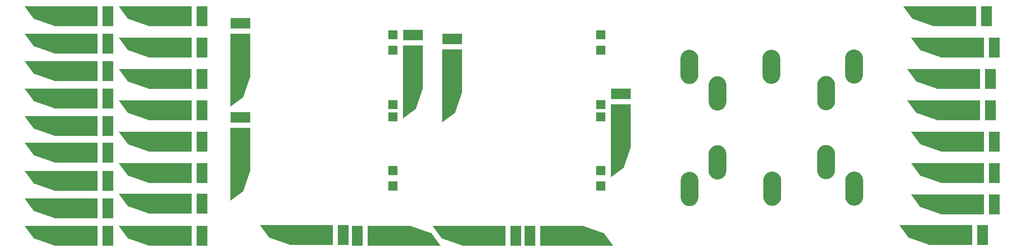
<source format=gbr>
G04 #@! TF.GenerationSoftware,KiCad,Pcbnew,(5.0.2-5-10.14)*
G04 #@! TF.CreationDate,2019-03-02T12:48:45-06:00*
G04 #@! TF.ProjectId,BackPanel,4261636b-5061-46e6-956c-2e6b69636164,rev?*
G04 #@! TF.SameCoordinates,Original*
G04 #@! TF.FileFunction,Soldermask,Top*
G04 #@! TF.FilePolarity,Negative*
%FSLAX46Y46*%
G04 Gerber Fmt 4.6, Leading zero omitted, Abs format (unit mm)*
G04 Created by KiCad (PCBNEW (5.0.2-5-10.14)) date Saturday, March 02, 2019 at 12:48:45 PM*
%MOMM*%
%LPD*%
G01*
G04 APERTURE LIST*
%ADD10C,0.100000*%
G04 APERTURE END LIST*
D10*
G36*
X232764193Y-174593134D02*
X232788024Y-174598835D01*
X232805051Y-174600000D01*
X233120000Y-174600000D01*
X233120000Y-174627163D01*
X233122402Y-174651549D01*
X233129515Y-174674998D01*
X233141066Y-174696609D01*
X233156612Y-174715551D01*
X233175554Y-174731097D01*
X233204142Y-174745297D01*
X239577552Y-176949634D01*
X239601384Y-176955335D01*
X239618410Y-176956500D01*
X239640687Y-176956500D01*
X239645789Y-176962217D01*
X239665358Y-176976966D01*
X239689588Y-176988383D01*
X239745000Y-177007548D01*
X239745000Y-177061489D01*
X239747402Y-177085875D01*
X239754515Y-177109324D01*
X239769026Y-177135173D01*
X242630535Y-181056500D01*
X234970452Y-181056500D01*
X234962118Y-181051592D01*
X234938983Y-181043515D01*
X234909547Y-181040000D01*
X232689399Y-181040000D01*
X232665013Y-181042402D01*
X232648541Y-181046866D01*
X232626889Y-181054355D01*
X232617835Y-181049515D01*
X232594386Y-181042402D01*
X232570000Y-181040000D01*
X218995000Y-181040000D01*
X218995000Y-179547951D01*
X218997598Y-179539386D01*
X219000000Y-179515000D01*
X219000000Y-174600000D01*
X232570000Y-174600000D01*
X232594386Y-174597598D01*
X232617835Y-174590485D01*
X232639446Y-174578934D01*
X232658388Y-174563388D01*
X232662766Y-174558054D01*
X232764193Y-174593134D01*
X232764193Y-174593134D01*
G37*
G36*
X176884193Y-174593134D02*
X176908024Y-174598835D01*
X176925051Y-174600000D01*
X177240000Y-174600000D01*
X177240000Y-174627163D01*
X177242402Y-174651549D01*
X177249515Y-174674998D01*
X177261066Y-174696609D01*
X177276612Y-174715551D01*
X177295554Y-174731097D01*
X177324142Y-174745297D01*
X183697552Y-176949634D01*
X183721384Y-176955335D01*
X183738410Y-176956500D01*
X183760687Y-176956500D01*
X183765789Y-176962217D01*
X183785358Y-176976966D01*
X183809588Y-176988383D01*
X183865000Y-177007548D01*
X183865000Y-177061489D01*
X183867402Y-177085875D01*
X183874515Y-177109324D01*
X183889026Y-177135173D01*
X186750535Y-181056500D01*
X179090452Y-181056500D01*
X179082118Y-181051592D01*
X179058983Y-181043515D01*
X179029547Y-181040000D01*
X176809399Y-181040000D01*
X176785013Y-181042402D01*
X176768541Y-181046866D01*
X176746889Y-181054355D01*
X176737835Y-181049515D01*
X176714386Y-181042402D01*
X176690000Y-181040000D01*
X163115000Y-181040000D01*
X163115000Y-179547951D01*
X163117598Y-179539386D01*
X163120000Y-179515000D01*
X163120000Y-174600000D01*
X176690000Y-174600000D01*
X176714386Y-174597598D01*
X176737835Y-174590485D01*
X176759446Y-174578934D01*
X176778388Y-174563388D01*
X176782766Y-174558054D01*
X176884193Y-174593134D01*
X176884193Y-174593134D01*
G37*
G36*
X59677882Y-174548408D02*
X59701017Y-174556485D01*
X59730453Y-174560000D01*
X61950601Y-174560000D01*
X61974987Y-174557598D01*
X61991459Y-174553134D01*
X62013111Y-174545645D01*
X62022165Y-174550485D01*
X62045614Y-174557598D01*
X62070000Y-174560000D01*
X75645000Y-174560000D01*
X75645000Y-176052049D01*
X75642402Y-176060614D01*
X75640000Y-176085000D01*
X75640000Y-181000000D01*
X62070000Y-181000000D01*
X62045614Y-181002402D01*
X62022165Y-181009515D01*
X62000554Y-181021066D01*
X61981612Y-181036612D01*
X61977234Y-181041946D01*
X61875807Y-181006866D01*
X61851976Y-181001165D01*
X61834949Y-181000000D01*
X61520000Y-181000000D01*
X61520000Y-180972837D01*
X61517598Y-180948451D01*
X61510485Y-180925002D01*
X61498934Y-180903391D01*
X61483388Y-180884449D01*
X61464446Y-180868903D01*
X61435858Y-180854703D01*
X55062448Y-178650366D01*
X55038616Y-178644665D01*
X55021590Y-178643500D01*
X54999313Y-178643500D01*
X54994211Y-178637783D01*
X54974642Y-178623034D01*
X54950412Y-178611617D01*
X54895000Y-178592452D01*
X54895000Y-178538511D01*
X54892598Y-178514125D01*
X54885485Y-178490676D01*
X54870974Y-178464827D01*
X53864712Y-177085875D01*
X52009465Y-174543500D01*
X59669548Y-174543500D01*
X59677882Y-174548408D01*
X59677882Y-174548408D01*
G37*
G36*
X90157882Y-174548408D02*
X90181017Y-174556485D01*
X90210453Y-174560000D01*
X92430601Y-174560000D01*
X92454987Y-174557598D01*
X92471459Y-174553134D01*
X92493111Y-174545645D01*
X92502165Y-174550485D01*
X92525614Y-174557598D01*
X92550000Y-174560000D01*
X106125000Y-174560000D01*
X106125000Y-176052049D01*
X106122402Y-176060614D01*
X106120000Y-176085000D01*
X106120000Y-181000000D01*
X92550000Y-181000000D01*
X92525614Y-181002402D01*
X92502165Y-181009515D01*
X92480554Y-181021066D01*
X92461612Y-181036612D01*
X92457234Y-181041946D01*
X92355807Y-181006866D01*
X92331976Y-181001165D01*
X92314949Y-181000000D01*
X92000000Y-181000000D01*
X92000000Y-180972837D01*
X91997598Y-180948451D01*
X91990485Y-180925002D01*
X91978934Y-180903391D01*
X91963388Y-180884449D01*
X91944446Y-180868903D01*
X91915858Y-180854703D01*
X85542448Y-178650366D01*
X85518616Y-178644665D01*
X85501590Y-178643500D01*
X85479313Y-178643500D01*
X85474211Y-178637783D01*
X85454642Y-178623034D01*
X85430412Y-178611617D01*
X85375000Y-178592452D01*
X85375000Y-178538511D01*
X85372598Y-178514125D01*
X85365485Y-178490676D01*
X85350974Y-178464827D01*
X84344712Y-177085875D01*
X82489465Y-174543500D01*
X90149548Y-174543500D01*
X90157882Y-174548408D01*
X90157882Y-174548408D01*
G37*
G36*
X191757882Y-174548408D02*
X191781017Y-174556485D01*
X191810453Y-174560000D01*
X194030601Y-174560000D01*
X194054987Y-174557598D01*
X194071459Y-174553134D01*
X194093111Y-174545645D01*
X194102165Y-174550485D01*
X194125614Y-174557598D01*
X194150000Y-174560000D01*
X207725000Y-174560000D01*
X207725000Y-176052049D01*
X207722402Y-176060614D01*
X207720000Y-176085000D01*
X207720000Y-181000000D01*
X194150000Y-181000000D01*
X194125614Y-181002402D01*
X194102165Y-181009515D01*
X194080554Y-181021066D01*
X194061612Y-181036612D01*
X194057234Y-181041946D01*
X193955807Y-181006866D01*
X193931976Y-181001165D01*
X193914949Y-181000000D01*
X193600000Y-181000000D01*
X193600000Y-180972837D01*
X193597598Y-180948451D01*
X193590485Y-180925002D01*
X193578934Y-180903391D01*
X193563388Y-180884449D01*
X193544446Y-180868903D01*
X193515858Y-180854703D01*
X187142448Y-178650366D01*
X187118616Y-178644665D01*
X187101590Y-178643500D01*
X187079313Y-178643500D01*
X187074211Y-178637783D01*
X187054642Y-178623034D01*
X187030412Y-178611617D01*
X186975000Y-178592452D01*
X186975000Y-178538511D01*
X186972598Y-178514125D01*
X186965485Y-178490676D01*
X186950974Y-178464827D01*
X185944712Y-177085875D01*
X184089465Y-174543500D01*
X191749548Y-174543500D01*
X191757882Y-174548408D01*
X191757882Y-174548408D01*
G37*
G36*
X111174000Y-181000000D02*
X107774000Y-181000000D01*
X107774000Y-174600000D01*
X111174000Y-174600000D01*
X111174000Y-181000000D01*
X111174000Y-181000000D01*
G37*
G36*
X80694000Y-181000000D02*
X77294000Y-181000000D01*
X77294000Y-174600000D01*
X80694000Y-174600000D01*
X80694000Y-181000000D01*
X80694000Y-181000000D01*
G37*
G36*
X161466000Y-181000000D02*
X158066000Y-181000000D01*
X158066000Y-174600000D01*
X161466000Y-174600000D01*
X161466000Y-181000000D01*
X161466000Y-181000000D01*
G37*
G36*
X212774000Y-181000000D02*
X209374000Y-181000000D01*
X209374000Y-174600000D01*
X212774000Y-174600000D01*
X212774000Y-181000000D01*
X212774000Y-181000000D01*
G37*
G36*
X217346000Y-181000000D02*
X213946000Y-181000000D01*
X213946000Y-174600000D01*
X217346000Y-174600000D01*
X217346000Y-181000000D01*
X217346000Y-181000000D01*
G37*
G36*
X135877882Y-174294408D02*
X135901017Y-174302485D01*
X135930453Y-174306000D01*
X138150601Y-174306000D01*
X138174987Y-174303598D01*
X138191459Y-174299134D01*
X138213111Y-174291645D01*
X138222165Y-174296485D01*
X138245614Y-174303598D01*
X138270000Y-174306000D01*
X151845000Y-174306000D01*
X151845000Y-175798049D01*
X151842402Y-175806614D01*
X151840000Y-175831000D01*
X151840000Y-180746000D01*
X138270000Y-180746000D01*
X138245614Y-180748402D01*
X138222165Y-180755515D01*
X138200554Y-180767066D01*
X138181612Y-180782612D01*
X138177234Y-180787946D01*
X138075807Y-180752866D01*
X138051976Y-180747165D01*
X138034949Y-180746000D01*
X137720000Y-180746000D01*
X137720000Y-180718837D01*
X137717598Y-180694451D01*
X137710485Y-180671002D01*
X137698934Y-180649391D01*
X137683388Y-180630449D01*
X137664446Y-180614903D01*
X137635858Y-180600703D01*
X131262448Y-178396366D01*
X131238616Y-178390665D01*
X131221590Y-178389500D01*
X131199313Y-178389500D01*
X131194211Y-178383783D01*
X131174642Y-178369034D01*
X131150412Y-178357617D01*
X131095000Y-178338452D01*
X131095000Y-178284511D01*
X131092598Y-178260125D01*
X131085485Y-178236676D01*
X131070974Y-178210827D01*
X128209465Y-174289500D01*
X135869548Y-174289500D01*
X135877882Y-174294408D01*
X135877882Y-174294408D01*
G37*
G36*
X342887882Y-174294408D02*
X342911017Y-174302485D01*
X342940453Y-174306000D01*
X345160601Y-174306000D01*
X345184987Y-174303598D01*
X345201459Y-174299134D01*
X345223111Y-174291645D01*
X345232165Y-174296485D01*
X345255614Y-174303598D01*
X345280000Y-174306000D01*
X358855000Y-174306000D01*
X358855000Y-175798049D01*
X358852402Y-175806614D01*
X358850000Y-175831000D01*
X358850000Y-180746000D01*
X345280000Y-180746000D01*
X345255614Y-180748402D01*
X345232165Y-180755515D01*
X345210554Y-180767066D01*
X345191612Y-180782612D01*
X345187234Y-180787946D01*
X345085807Y-180752866D01*
X345061976Y-180747165D01*
X345044949Y-180746000D01*
X344730000Y-180746000D01*
X344730000Y-180718837D01*
X344727598Y-180694451D01*
X344720485Y-180671002D01*
X344708934Y-180649391D01*
X344693388Y-180630449D01*
X344674446Y-180614903D01*
X344645858Y-180600703D01*
X338272448Y-178396366D01*
X338248616Y-178390665D01*
X338231590Y-178389500D01*
X338209313Y-178389500D01*
X338204211Y-178383783D01*
X338184642Y-178369034D01*
X338160412Y-178357617D01*
X338105000Y-178338452D01*
X338105000Y-178284511D01*
X338102598Y-178260125D01*
X338095485Y-178236676D01*
X338080974Y-178210827D01*
X335219465Y-174289500D01*
X342879548Y-174289500D01*
X342887882Y-174294408D01*
X342887882Y-174294408D01*
G37*
G36*
X363904000Y-180746000D02*
X360504000Y-180746000D01*
X360504000Y-174346000D01*
X363904000Y-174346000D01*
X363904000Y-180746000D01*
X363904000Y-180746000D01*
G37*
G36*
X156894000Y-180746000D02*
X153494000Y-180746000D01*
X153494000Y-174346000D01*
X156894000Y-174346000D01*
X156894000Y-180746000D01*
X156894000Y-180746000D01*
G37*
G36*
X59677882Y-165658408D02*
X59701017Y-165666485D01*
X59730453Y-165670000D01*
X61950601Y-165670000D01*
X61974987Y-165667598D01*
X61991459Y-165663134D01*
X62013111Y-165655645D01*
X62022165Y-165660485D01*
X62045614Y-165667598D01*
X62070000Y-165670000D01*
X75645000Y-165670000D01*
X75645000Y-167162049D01*
X75642402Y-167170614D01*
X75640000Y-167195000D01*
X75640000Y-172110000D01*
X62070000Y-172110000D01*
X62045614Y-172112402D01*
X62022165Y-172119515D01*
X62000554Y-172131066D01*
X61981612Y-172146612D01*
X61977234Y-172151946D01*
X61875807Y-172116866D01*
X61851976Y-172111165D01*
X61834949Y-172110000D01*
X61520000Y-172110000D01*
X61520000Y-172082837D01*
X61517598Y-172058451D01*
X61510485Y-172035002D01*
X61498934Y-172013391D01*
X61483388Y-171994449D01*
X61464446Y-171978903D01*
X61435858Y-171964703D01*
X55062448Y-169760366D01*
X55038616Y-169754665D01*
X55021590Y-169753500D01*
X54999313Y-169753500D01*
X54994211Y-169747783D01*
X54974642Y-169733034D01*
X54950412Y-169721617D01*
X54895000Y-169702452D01*
X54895000Y-169648511D01*
X54892598Y-169624125D01*
X54885485Y-169600676D01*
X54870974Y-169574827D01*
X54079611Y-168490366D01*
X52009465Y-165653500D01*
X59669548Y-165653500D01*
X59677882Y-165658408D01*
X59677882Y-165658408D01*
G37*
G36*
X80694000Y-172110000D02*
X77294000Y-172110000D01*
X77294000Y-165710000D01*
X80694000Y-165710000D01*
X80694000Y-172110000D01*
X80694000Y-172110000D01*
G37*
G36*
X346697882Y-164388408D02*
X346721017Y-164396485D01*
X346750453Y-164400000D01*
X348970601Y-164400000D01*
X348994987Y-164397598D01*
X349011459Y-164393134D01*
X349033111Y-164385645D01*
X349042165Y-164390485D01*
X349065614Y-164397598D01*
X349090000Y-164400000D01*
X362665000Y-164400000D01*
X362665000Y-165892049D01*
X362662402Y-165900614D01*
X362660000Y-165925000D01*
X362660000Y-170840000D01*
X349090000Y-170840000D01*
X349065614Y-170842402D01*
X349042165Y-170849515D01*
X349020554Y-170861066D01*
X349001612Y-170876612D01*
X348997234Y-170881946D01*
X348895807Y-170846866D01*
X348871976Y-170841165D01*
X348854949Y-170840000D01*
X348540000Y-170840000D01*
X348540000Y-170812837D01*
X348537598Y-170788451D01*
X348530485Y-170765002D01*
X348518934Y-170743391D01*
X348503388Y-170724449D01*
X348484446Y-170708903D01*
X348455858Y-170694703D01*
X342082448Y-168490366D01*
X342058616Y-168484665D01*
X342041590Y-168483500D01*
X342019313Y-168483500D01*
X342014211Y-168477783D01*
X341994642Y-168463034D01*
X341970412Y-168451617D01*
X341915000Y-168432452D01*
X341915000Y-168378511D01*
X341912598Y-168354125D01*
X341905485Y-168330676D01*
X341890974Y-168304827D01*
X341755039Y-168118546D01*
X339029465Y-164383500D01*
X346689548Y-164383500D01*
X346697882Y-164388408D01*
X346697882Y-164388408D01*
G37*
G36*
X367714000Y-170840000D02*
X364314000Y-170840000D01*
X364314000Y-164440000D01*
X367714000Y-164440000D01*
X367714000Y-170840000D01*
X367714000Y-170840000D01*
G37*
G36*
X90157882Y-164134408D02*
X90181017Y-164142485D01*
X90210453Y-164146000D01*
X92430601Y-164146000D01*
X92454987Y-164143598D01*
X92471459Y-164139134D01*
X92493111Y-164131645D01*
X92502165Y-164136485D01*
X92525614Y-164143598D01*
X92550000Y-164146000D01*
X106125000Y-164146000D01*
X106125000Y-165638049D01*
X106122402Y-165646614D01*
X106120000Y-165671000D01*
X106120000Y-170586000D01*
X92550000Y-170586000D01*
X92525614Y-170588402D01*
X92502165Y-170595515D01*
X92480554Y-170607066D01*
X92461612Y-170622612D01*
X92457234Y-170627946D01*
X92355807Y-170592866D01*
X92331976Y-170587165D01*
X92314949Y-170586000D01*
X92000000Y-170586000D01*
X92000000Y-170558837D01*
X91997598Y-170534451D01*
X91990485Y-170511002D01*
X91978934Y-170489391D01*
X91963388Y-170470449D01*
X91944446Y-170454903D01*
X91915858Y-170440703D01*
X85542448Y-168236366D01*
X85518616Y-168230665D01*
X85501590Y-168229500D01*
X85479313Y-168229500D01*
X85474211Y-168223783D01*
X85454642Y-168209034D01*
X85430412Y-168197617D01*
X85375000Y-168178452D01*
X85375000Y-168124511D01*
X85372598Y-168100125D01*
X85365485Y-168076676D01*
X85350974Y-168050827D01*
X84726452Y-167195000D01*
X82489465Y-164129500D01*
X90149548Y-164129500D01*
X90157882Y-164134408D01*
X90157882Y-164134408D01*
G37*
G36*
X111174000Y-170586000D02*
X107774000Y-170586000D01*
X107774000Y-164186000D01*
X111174000Y-164186000D01*
X111174000Y-170586000D01*
X111174000Y-170586000D01*
G37*
G36*
X267896635Y-157141454D02*
X268436693Y-157305278D01*
X268702729Y-157447478D01*
X268934409Y-157571314D01*
X268934411Y-157571315D01*
X268934410Y-157571315D01*
X269370663Y-157929337D01*
X269650722Y-158270591D01*
X269728686Y-158365590D01*
X269852522Y-158597270D01*
X269994722Y-158863306D01*
X270158546Y-159403364D01*
X270200000Y-159824254D01*
X270200000Y-165435746D01*
X270158546Y-165856636D01*
X269994722Y-166396694D01*
X269976634Y-166430534D01*
X269728686Y-166894410D01*
X269370663Y-167330663D01*
X268934410Y-167688686D01*
X268702730Y-167812522D01*
X268436694Y-167954722D01*
X267896636Y-168118546D01*
X267335000Y-168173862D01*
X266773365Y-168118546D01*
X266233307Y-167954722D01*
X265967271Y-167812522D01*
X265735591Y-167688686D01*
X265299338Y-167330663D01*
X264941315Y-166894410D01*
X264693367Y-166430534D01*
X264675279Y-166396694D01*
X264511455Y-165856636D01*
X264470001Y-165435746D01*
X264470000Y-159824255D01*
X264511454Y-159403365D01*
X264675278Y-158863307D01*
X264941315Y-158365590D01*
X265299337Y-157929337D01*
X265735589Y-157571315D01*
X265735588Y-157571315D01*
X265735590Y-157571314D01*
X265967270Y-157447478D01*
X266233306Y-157305278D01*
X266773364Y-157141454D01*
X267335000Y-157086138D01*
X267896635Y-157141454D01*
X267896635Y-157141454D01*
G37*
G36*
X294666635Y-157046454D02*
X295206693Y-157210278D01*
X295384424Y-157305278D01*
X295704409Y-157476314D01*
X295704411Y-157476315D01*
X295704410Y-157476315D01*
X296140663Y-157834337D01*
X296395475Y-158144827D01*
X296498686Y-158270590D01*
X296549465Y-158365591D01*
X296764722Y-158768306D01*
X296928546Y-159308364D01*
X296970000Y-159729254D01*
X296970000Y-165340746D01*
X296928546Y-165761636D01*
X296764722Y-166301694D01*
X296622522Y-166567730D01*
X296498686Y-166799410D01*
X296140663Y-167235663D01*
X295704410Y-167593686D01*
X295526680Y-167688685D01*
X295206694Y-167859722D01*
X294666636Y-168023546D01*
X294105000Y-168078862D01*
X293543365Y-168023546D01*
X293003307Y-167859722D01*
X292683321Y-167688685D01*
X292505591Y-167593686D01*
X292069338Y-167235663D01*
X291711315Y-166799410D01*
X291587479Y-166567730D01*
X291445279Y-166301694D01*
X291281455Y-165761636D01*
X291240001Y-165340746D01*
X291240000Y-159729255D01*
X291281454Y-159308365D01*
X291445278Y-158768307D01*
X291587478Y-158502271D01*
X291711314Y-158270591D01*
X291827164Y-158129427D01*
X292069337Y-157834337D01*
X292505589Y-157476315D01*
X292505588Y-157476315D01*
X292505590Y-157476314D01*
X292825575Y-157305278D01*
X293003306Y-157210278D01*
X293543364Y-157046454D01*
X294105000Y-156991138D01*
X294666635Y-157046454D01*
X294666635Y-157046454D01*
G37*
G36*
X321214635Y-157027454D02*
X321754693Y-157191278D01*
X322020729Y-157333478D01*
X322252409Y-157457314D01*
X322275562Y-157476315D01*
X322688663Y-157815337D01*
X322946429Y-158129427D01*
X323046686Y-158251590D01*
X323107620Y-158365589D01*
X323312722Y-158749306D01*
X323476546Y-159289364D01*
X323518000Y-159710254D01*
X323518000Y-165321746D01*
X323476546Y-165742636D01*
X323312722Y-166282694D01*
X323251788Y-166396693D01*
X323046686Y-166780410D01*
X322688663Y-167216663D01*
X322252410Y-167574686D01*
X322039133Y-167688685D01*
X321754694Y-167840722D01*
X321214636Y-168004546D01*
X320653000Y-168059862D01*
X320091365Y-168004546D01*
X319551307Y-167840722D01*
X319266868Y-167688685D01*
X319053591Y-167574686D01*
X318617338Y-167216663D01*
X318259315Y-166780410D01*
X318054213Y-166396693D01*
X317993279Y-166282694D01*
X317829455Y-165742636D01*
X317788001Y-165321746D01*
X317788000Y-159710255D01*
X317829454Y-159289365D01*
X317993278Y-158749307D01*
X318223934Y-158317783D01*
X318259314Y-158251591D01*
X318359571Y-158129427D01*
X318617337Y-157815337D01*
X319030437Y-157476315D01*
X319053590Y-157457314D01*
X319285270Y-157333478D01*
X319551306Y-157191278D01*
X320091364Y-157027454D01*
X320653000Y-156972138D01*
X321214635Y-157027454D01*
X321214635Y-157027454D01*
G37*
G36*
X120180614Y-142797598D02*
X120205000Y-142800000D01*
X125120000Y-142800000D01*
X125120000Y-156370000D01*
X125122402Y-156394386D01*
X125129515Y-156417835D01*
X125141066Y-156439446D01*
X125156612Y-156458388D01*
X125161946Y-156462766D01*
X125126866Y-156564193D01*
X125121165Y-156588024D01*
X125120000Y-156605051D01*
X125120000Y-156920000D01*
X125092837Y-156920000D01*
X125068451Y-156922402D01*
X125045002Y-156929515D01*
X125023391Y-156941066D01*
X125004449Y-156956612D01*
X124988903Y-156975554D01*
X124974703Y-157004142D01*
X122770366Y-163377552D01*
X122764665Y-163401384D01*
X122763500Y-163418410D01*
X122763500Y-163440687D01*
X122757783Y-163445789D01*
X122743034Y-163465358D01*
X122731617Y-163489588D01*
X122712452Y-163545000D01*
X122658511Y-163545000D01*
X122634125Y-163547402D01*
X122610676Y-163554515D01*
X122584827Y-163569026D01*
X118663500Y-166430535D01*
X118663500Y-158770452D01*
X118668408Y-158762118D01*
X118676485Y-158738983D01*
X118680000Y-158709547D01*
X118680000Y-156489399D01*
X118677598Y-156465013D01*
X118673134Y-156448541D01*
X118665645Y-156426889D01*
X118670485Y-156417835D01*
X118677598Y-156394386D01*
X118680000Y-156370000D01*
X118680000Y-142795000D01*
X120172049Y-142795000D01*
X120180614Y-142797598D01*
X120180614Y-142797598D01*
G37*
G36*
X59677882Y-156768408D02*
X59701017Y-156776485D01*
X59730453Y-156780000D01*
X61950601Y-156780000D01*
X61974987Y-156777598D01*
X61991459Y-156773134D01*
X62013111Y-156765645D01*
X62022165Y-156770485D01*
X62045614Y-156777598D01*
X62070000Y-156780000D01*
X75645000Y-156780000D01*
X75645000Y-158272049D01*
X75642402Y-158280614D01*
X75640000Y-158305000D01*
X75640000Y-163220000D01*
X62070000Y-163220000D01*
X62045614Y-163222402D01*
X62022165Y-163229515D01*
X62000554Y-163241066D01*
X61981612Y-163256612D01*
X61977234Y-163261946D01*
X61875807Y-163226866D01*
X61851976Y-163221165D01*
X61834949Y-163220000D01*
X61520000Y-163220000D01*
X61520000Y-163192837D01*
X61517598Y-163168451D01*
X61510485Y-163145002D01*
X61498934Y-163123391D01*
X61483388Y-163104449D01*
X61464446Y-163088903D01*
X61435858Y-163074703D01*
X55062448Y-160870366D01*
X55038616Y-160864665D01*
X55021590Y-160863500D01*
X54999313Y-160863500D01*
X54994211Y-160857783D01*
X54974642Y-160843034D01*
X54950412Y-160831617D01*
X54895000Y-160812452D01*
X54895000Y-160758511D01*
X54892598Y-160734125D01*
X54885485Y-160710676D01*
X54870974Y-160684827D01*
X54027168Y-159528500D01*
X52009465Y-156763500D01*
X59669548Y-156763500D01*
X59677882Y-156768408D01*
X59677882Y-156768408D01*
G37*
G36*
X80694000Y-163220000D02*
X77294000Y-163220000D01*
X77294000Y-156820000D01*
X80694000Y-156820000D01*
X80694000Y-163220000D01*
X80694000Y-163220000D01*
G37*
G36*
X240039913Y-163129427D02*
X237139913Y-163129427D01*
X237139913Y-160229427D01*
X240039913Y-160229427D01*
X240039913Y-163129427D01*
X240039913Y-163129427D01*
G37*
G36*
X172729913Y-163129427D02*
X169829913Y-163129427D01*
X169829913Y-160229427D01*
X172729913Y-160229427D01*
X172729913Y-163129427D01*
X172729913Y-163129427D01*
G37*
G36*
X90157882Y-154228408D02*
X90181017Y-154236485D01*
X90210453Y-154240000D01*
X92430601Y-154240000D01*
X92454987Y-154237598D01*
X92471459Y-154233134D01*
X92493111Y-154225645D01*
X92502165Y-154230485D01*
X92525614Y-154237598D01*
X92550000Y-154240000D01*
X106125000Y-154240000D01*
X106125000Y-155732049D01*
X106122402Y-155740614D01*
X106120000Y-155765000D01*
X106120000Y-160680000D01*
X92550000Y-160680000D01*
X92525614Y-160682402D01*
X92502165Y-160689515D01*
X92480554Y-160701066D01*
X92461612Y-160716612D01*
X92457234Y-160721946D01*
X92355807Y-160686866D01*
X92331976Y-160681165D01*
X92314949Y-160680000D01*
X92000000Y-160680000D01*
X92000000Y-160652837D01*
X91997598Y-160628451D01*
X91990485Y-160605002D01*
X91978934Y-160583391D01*
X91963388Y-160564449D01*
X91944446Y-160548903D01*
X91915858Y-160534703D01*
X85542448Y-158330366D01*
X85518616Y-158324665D01*
X85501590Y-158323500D01*
X85479313Y-158323500D01*
X85474211Y-158317783D01*
X85454642Y-158303034D01*
X85430412Y-158291617D01*
X85375000Y-158272452D01*
X85375000Y-158218511D01*
X85372598Y-158194125D01*
X85365485Y-158170676D01*
X85350974Y-158144827D01*
X85088174Y-157784694D01*
X82489465Y-154223500D01*
X90149548Y-154223500D01*
X90157882Y-154228408D01*
X90157882Y-154228408D01*
G37*
G36*
X346697882Y-154228408D02*
X346721017Y-154236485D01*
X346750453Y-154240000D01*
X348970601Y-154240000D01*
X348994987Y-154237598D01*
X349011459Y-154233134D01*
X349033111Y-154225645D01*
X349042165Y-154230485D01*
X349065614Y-154237598D01*
X349090000Y-154240000D01*
X362665000Y-154240000D01*
X362665000Y-155732049D01*
X362662402Y-155740614D01*
X362660000Y-155765000D01*
X362660000Y-160680000D01*
X349090000Y-160680000D01*
X349065614Y-160682402D01*
X349042165Y-160689515D01*
X349020554Y-160701066D01*
X349001612Y-160716612D01*
X348997234Y-160721946D01*
X348895807Y-160686866D01*
X348871976Y-160681165D01*
X348854949Y-160680000D01*
X348540000Y-160680000D01*
X348540000Y-160652837D01*
X348537598Y-160628451D01*
X348530485Y-160605002D01*
X348518934Y-160583391D01*
X348503388Y-160564449D01*
X348484446Y-160548903D01*
X348455858Y-160534703D01*
X342082448Y-158330366D01*
X342058616Y-158324665D01*
X342041590Y-158323500D01*
X342019313Y-158323500D01*
X342014211Y-158317783D01*
X341994642Y-158303034D01*
X341970412Y-158291617D01*
X341915000Y-158272452D01*
X341915000Y-158218511D01*
X341912598Y-158194125D01*
X341905485Y-158170676D01*
X341890974Y-158144827D01*
X341628174Y-157784694D01*
X339029465Y-154223500D01*
X346689548Y-154223500D01*
X346697882Y-154228408D01*
X346697882Y-154228408D01*
G37*
G36*
X111174000Y-160680000D02*
X107774000Y-160680000D01*
X107774000Y-154280000D01*
X111174000Y-154280000D01*
X111174000Y-160680000D01*
X111174000Y-160680000D01*
G37*
G36*
X367714000Y-160680000D02*
X364314000Y-160680000D01*
X364314000Y-154280000D01*
X367714000Y-154280000D01*
X367714000Y-160680000D01*
X367714000Y-160680000D01*
G37*
G36*
X276931635Y-148529454D02*
X277471693Y-148693278D01*
X277623434Y-148774386D01*
X277969409Y-148959314D01*
X277969411Y-148959315D01*
X277969410Y-148959315D01*
X278405663Y-149317337D01*
X278688184Y-149661591D01*
X278763686Y-149753590D01*
X278887522Y-149985270D01*
X279029722Y-150251306D01*
X279193546Y-150791364D01*
X279235000Y-151212254D01*
X279235000Y-156823746D01*
X279193546Y-157244636D01*
X279029722Y-157784694D01*
X278887522Y-158050730D01*
X278763686Y-158282410D01*
X278405663Y-158718663D01*
X277969410Y-159076686D01*
X277737730Y-159200522D01*
X277471694Y-159342722D01*
X276931636Y-159506546D01*
X276370000Y-159561862D01*
X275808365Y-159506546D01*
X275268307Y-159342722D01*
X275002271Y-159200522D01*
X274770591Y-159076686D01*
X274334338Y-158718663D01*
X273976315Y-158282410D01*
X273852479Y-158050730D01*
X273710279Y-157784694D01*
X273546455Y-157244636D01*
X273505001Y-156823746D01*
X273505000Y-151212255D01*
X273546454Y-150791365D01*
X273710278Y-150251307D01*
X273976315Y-149753590D01*
X274334337Y-149317337D01*
X274704255Y-149013754D01*
X274770590Y-148959314D01*
X275116565Y-148774386D01*
X275268306Y-148693278D01*
X275808364Y-148529454D01*
X276370000Y-148474138D01*
X276931635Y-148529454D01*
X276931635Y-148529454D01*
G37*
G36*
X312100635Y-148437454D02*
X312640693Y-148601278D01*
X312906729Y-148743478D01*
X313138409Y-148867314D01*
X313147774Y-148875000D01*
X313574663Y-149225337D01*
X313832900Y-149540000D01*
X313932686Y-149661590D01*
X314056522Y-149893270D01*
X314198722Y-150159306D01*
X314362546Y-150699364D01*
X314404000Y-151120254D01*
X314404000Y-156731746D01*
X314362546Y-157152636D01*
X314198722Y-157692694D01*
X314123011Y-157834338D01*
X313932686Y-158190410D01*
X313574663Y-158626663D01*
X313138410Y-158984686D01*
X312906730Y-159108522D01*
X312640694Y-159250722D01*
X312100636Y-159414546D01*
X311539000Y-159469862D01*
X310977365Y-159414546D01*
X310437307Y-159250722D01*
X310171271Y-159108522D01*
X309939591Y-158984686D01*
X309503338Y-158626663D01*
X309145315Y-158190410D01*
X308954990Y-157834338D01*
X308879279Y-157692694D01*
X308715455Y-157152636D01*
X308674001Y-156731746D01*
X308674000Y-151120255D01*
X308715454Y-150699365D01*
X308879278Y-150159307D01*
X309096139Y-149753591D01*
X309145314Y-149661591D01*
X309373010Y-149384142D01*
X309503337Y-149225337D01*
X309930225Y-148875000D01*
X309939590Y-148867314D01*
X310171270Y-148743478D01*
X310437306Y-148601278D01*
X310977364Y-148437454D01*
X311539000Y-148382138D01*
X312100635Y-148437454D01*
X312100635Y-148437454D01*
G37*
G36*
X243370614Y-135177598D02*
X243395000Y-135180000D01*
X248310000Y-135180000D01*
X248310000Y-148750000D01*
X248312402Y-148774386D01*
X248319515Y-148797835D01*
X248331066Y-148819446D01*
X248346612Y-148838388D01*
X248351946Y-148842766D01*
X248316866Y-148944193D01*
X248311165Y-148968024D01*
X248310000Y-148985051D01*
X248310000Y-149300000D01*
X248282837Y-149300000D01*
X248258451Y-149302402D01*
X248235002Y-149309515D01*
X248213391Y-149321066D01*
X248194449Y-149336612D01*
X248178903Y-149355554D01*
X248164703Y-149384142D01*
X245960366Y-155757552D01*
X245954665Y-155781384D01*
X245953500Y-155798410D01*
X245953500Y-155820687D01*
X245947783Y-155825789D01*
X245933034Y-155845358D01*
X245921617Y-155869588D01*
X245902452Y-155925000D01*
X245848511Y-155925000D01*
X245824125Y-155927402D01*
X245800676Y-155934515D01*
X245774827Y-155949026D01*
X241853500Y-158810535D01*
X241853500Y-151150452D01*
X241858408Y-151142118D01*
X241866485Y-151118983D01*
X241870000Y-151089547D01*
X241870000Y-148869399D01*
X241867598Y-148845013D01*
X241863134Y-148828541D01*
X241855645Y-148806889D01*
X241860485Y-148797835D01*
X241867598Y-148774386D01*
X241870000Y-148750000D01*
X241870000Y-135175000D01*
X243362049Y-135175000D01*
X243370614Y-135177598D01*
X243370614Y-135177598D01*
G37*
G36*
X172729913Y-158129427D02*
X169829913Y-158129427D01*
X169829913Y-155229427D01*
X172729913Y-155229427D01*
X172729913Y-158129427D01*
X172729913Y-158129427D01*
G37*
G36*
X240039913Y-158129427D02*
X237139913Y-158129427D01*
X237139913Y-155229427D01*
X240039913Y-155229427D01*
X240039913Y-158129427D01*
X240039913Y-158129427D01*
G37*
G36*
X59677882Y-147624408D02*
X59701017Y-147632485D01*
X59730453Y-147636000D01*
X61950601Y-147636000D01*
X61974987Y-147633598D01*
X61991459Y-147629134D01*
X62013111Y-147621645D01*
X62022165Y-147626485D01*
X62045614Y-147633598D01*
X62070000Y-147636000D01*
X75645000Y-147636000D01*
X75645000Y-149128049D01*
X75642402Y-149136614D01*
X75640000Y-149161000D01*
X75640000Y-154076000D01*
X62070000Y-154076000D01*
X62045614Y-154078402D01*
X62022165Y-154085515D01*
X62000554Y-154097066D01*
X61981612Y-154112612D01*
X61977234Y-154117946D01*
X61875807Y-154082866D01*
X61851976Y-154077165D01*
X61834949Y-154076000D01*
X61520000Y-154076000D01*
X61520000Y-154048837D01*
X61517598Y-154024451D01*
X61510485Y-154001002D01*
X61498934Y-153979391D01*
X61483388Y-153960449D01*
X61464446Y-153944903D01*
X61435858Y-153930703D01*
X55062448Y-151726366D01*
X55038616Y-151720665D01*
X55021590Y-151719500D01*
X54999313Y-151719500D01*
X54994211Y-151713783D01*
X54974642Y-151699034D01*
X54950412Y-151687617D01*
X54895000Y-151668452D01*
X54895000Y-151614511D01*
X54892598Y-151590125D01*
X54885485Y-151566676D01*
X54870974Y-151540827D01*
X52009465Y-147619500D01*
X59669548Y-147619500D01*
X59677882Y-147624408D01*
X59677882Y-147624408D01*
G37*
G36*
X80694000Y-154076000D02*
X77294000Y-154076000D01*
X77294000Y-147676000D01*
X80694000Y-147676000D01*
X80694000Y-154076000D01*
X80694000Y-154076000D01*
G37*
G36*
X346697882Y-144068408D02*
X346721017Y-144076485D01*
X346750453Y-144080000D01*
X348970601Y-144080000D01*
X348994987Y-144077598D01*
X349011459Y-144073134D01*
X349033111Y-144065645D01*
X349042165Y-144070485D01*
X349065614Y-144077598D01*
X349090000Y-144080000D01*
X362665000Y-144080000D01*
X362665000Y-145572049D01*
X362662402Y-145580614D01*
X362660000Y-145605000D01*
X362660000Y-150520000D01*
X349090000Y-150520000D01*
X349065614Y-150522402D01*
X349042165Y-150529515D01*
X349020554Y-150541066D01*
X349001612Y-150556612D01*
X348997234Y-150561946D01*
X348895807Y-150526866D01*
X348871976Y-150521165D01*
X348854949Y-150520000D01*
X348540000Y-150520000D01*
X348540000Y-150492837D01*
X348537598Y-150468451D01*
X348530485Y-150445002D01*
X348518934Y-150423391D01*
X348503388Y-150404449D01*
X348484446Y-150388903D01*
X348455858Y-150374703D01*
X342082448Y-148170366D01*
X342058616Y-148164665D01*
X342041590Y-148163500D01*
X342019313Y-148163500D01*
X342014211Y-148157783D01*
X341994642Y-148143034D01*
X341970412Y-148131617D01*
X341915000Y-148112452D01*
X341915000Y-148058511D01*
X341912598Y-148034125D01*
X341905485Y-148010676D01*
X341890974Y-147984827D01*
X341643140Y-147645203D01*
X339029465Y-144063500D01*
X346689548Y-144063500D01*
X346697882Y-144068408D01*
X346697882Y-144068408D01*
G37*
G36*
X90157882Y-144068408D02*
X90181017Y-144076485D01*
X90210453Y-144080000D01*
X92430601Y-144080000D01*
X92454987Y-144077598D01*
X92471459Y-144073134D01*
X92493111Y-144065645D01*
X92502165Y-144070485D01*
X92525614Y-144077598D01*
X92550000Y-144080000D01*
X106125000Y-144080000D01*
X106125000Y-145572049D01*
X106122402Y-145580614D01*
X106120000Y-145605000D01*
X106120000Y-150520000D01*
X92550000Y-150520000D01*
X92525614Y-150522402D01*
X92502165Y-150529515D01*
X92480554Y-150541066D01*
X92461612Y-150556612D01*
X92457234Y-150561946D01*
X92355807Y-150526866D01*
X92331976Y-150521165D01*
X92314949Y-150520000D01*
X92000000Y-150520000D01*
X92000000Y-150492837D01*
X91997598Y-150468451D01*
X91990485Y-150445002D01*
X91978934Y-150423391D01*
X91963388Y-150404449D01*
X91944446Y-150388903D01*
X91915858Y-150374703D01*
X85542448Y-148170366D01*
X85518616Y-148164665D01*
X85501590Y-148163500D01*
X85479313Y-148163500D01*
X85474211Y-148157783D01*
X85454642Y-148143034D01*
X85430412Y-148131617D01*
X85375000Y-148112452D01*
X85375000Y-148058511D01*
X85372598Y-148034125D01*
X85365485Y-148010676D01*
X85350974Y-147984827D01*
X85103140Y-147645203D01*
X82489465Y-144063500D01*
X90149548Y-144063500D01*
X90157882Y-144068408D01*
X90157882Y-144068408D01*
G37*
G36*
X111174000Y-150520000D02*
X107774000Y-150520000D01*
X107774000Y-144120000D01*
X111174000Y-144120000D01*
X111174000Y-150520000D01*
X111174000Y-150520000D01*
G37*
G36*
X367714000Y-150520000D02*
X364314000Y-150520000D01*
X364314000Y-144120000D01*
X367714000Y-144120000D01*
X367714000Y-150520000D01*
X367714000Y-150520000D01*
G37*
G36*
X59677882Y-138988408D02*
X59701017Y-138996485D01*
X59730453Y-139000000D01*
X61950601Y-139000000D01*
X61974987Y-138997598D01*
X61991459Y-138993134D01*
X62013111Y-138985645D01*
X62022165Y-138990485D01*
X62045614Y-138997598D01*
X62070000Y-139000000D01*
X75645000Y-139000000D01*
X75645000Y-140492049D01*
X75642402Y-140500614D01*
X75640000Y-140525000D01*
X75640000Y-145440000D01*
X62070000Y-145440000D01*
X62045614Y-145442402D01*
X62022165Y-145449515D01*
X62000554Y-145461066D01*
X61981612Y-145476612D01*
X61977234Y-145481946D01*
X61875807Y-145446866D01*
X61851976Y-145441165D01*
X61834949Y-145440000D01*
X61520000Y-145440000D01*
X61520000Y-145412837D01*
X61517598Y-145388451D01*
X61510485Y-145365002D01*
X61498934Y-145343391D01*
X61483388Y-145324449D01*
X61464446Y-145308903D01*
X61435858Y-145294703D01*
X55062448Y-143090366D01*
X55038616Y-143084665D01*
X55021590Y-143083500D01*
X54999313Y-143083500D01*
X54994211Y-143077783D01*
X54974642Y-143063034D01*
X54950412Y-143051617D01*
X54895000Y-143032452D01*
X54895000Y-142978511D01*
X54892598Y-142954125D01*
X54885485Y-142930676D01*
X54870974Y-142904827D01*
X53587506Y-141146000D01*
X52009465Y-138983500D01*
X59669548Y-138983500D01*
X59677882Y-138988408D01*
X59677882Y-138988408D01*
G37*
G36*
X80694000Y-145440000D02*
X77294000Y-145440000D01*
X77294000Y-139040000D01*
X80694000Y-139040000D01*
X80694000Y-145440000D01*
X80694000Y-145440000D01*
G37*
G36*
X125120000Y-141146000D02*
X118720000Y-141146000D01*
X118720000Y-137746000D01*
X125120000Y-137746000D01*
X125120000Y-141146000D01*
X125120000Y-141146000D01*
G37*
G36*
X188760614Y-117397598D02*
X188785000Y-117400000D01*
X193700000Y-117400000D01*
X193700000Y-130970000D01*
X193702402Y-130994386D01*
X193709515Y-131017835D01*
X193721066Y-131039446D01*
X193736612Y-131058388D01*
X193741946Y-131062766D01*
X193706866Y-131164193D01*
X193701165Y-131188024D01*
X193700000Y-131205051D01*
X193700000Y-131520000D01*
X193672837Y-131520000D01*
X193648451Y-131522402D01*
X193625002Y-131529515D01*
X193603391Y-131541066D01*
X193584449Y-131556612D01*
X193568903Y-131575554D01*
X193554703Y-131604142D01*
X191350366Y-137977552D01*
X191344665Y-138001384D01*
X191343500Y-138018410D01*
X191343500Y-138040687D01*
X191337783Y-138045789D01*
X191323034Y-138065358D01*
X191311617Y-138089588D01*
X191292452Y-138145000D01*
X191238511Y-138145000D01*
X191214125Y-138147402D01*
X191190676Y-138154515D01*
X191164827Y-138169026D01*
X187243500Y-141030535D01*
X187243500Y-133370452D01*
X187248408Y-133362118D01*
X187256485Y-133338983D01*
X187260000Y-133309547D01*
X187260000Y-131089399D01*
X187257598Y-131065013D01*
X187253134Y-131048541D01*
X187245645Y-131026889D01*
X187250485Y-131017835D01*
X187257598Y-130994386D01*
X187260000Y-130970000D01*
X187260000Y-117395000D01*
X188752049Y-117395000D01*
X188760614Y-117397598D01*
X188760614Y-117397598D01*
G37*
G36*
X172729913Y-140729427D02*
X169829913Y-140729427D01*
X169829913Y-137829427D01*
X172729913Y-137829427D01*
X172729913Y-140729427D01*
X172729913Y-140729427D01*
G37*
G36*
X240039913Y-140729427D02*
X237139913Y-140729427D01*
X237139913Y-137829427D01*
X240039913Y-137829427D01*
X240039913Y-140729427D01*
X240039913Y-140729427D01*
G37*
G36*
X345427882Y-133908408D02*
X345451017Y-133916485D01*
X345480453Y-133920000D01*
X347700601Y-133920000D01*
X347724987Y-133917598D01*
X347741459Y-133913134D01*
X347763111Y-133905645D01*
X347772165Y-133910485D01*
X347795614Y-133917598D01*
X347820000Y-133920000D01*
X361395000Y-133920000D01*
X361395000Y-135412049D01*
X361392402Y-135420614D01*
X361390000Y-135445000D01*
X361390000Y-140360000D01*
X347820000Y-140360000D01*
X347795614Y-140362402D01*
X347772165Y-140369515D01*
X347750554Y-140381066D01*
X347731612Y-140396612D01*
X347727234Y-140401946D01*
X347625807Y-140366866D01*
X347601976Y-140361165D01*
X347584949Y-140360000D01*
X347270000Y-140360000D01*
X347270000Y-140332837D01*
X347267598Y-140308451D01*
X347260485Y-140285002D01*
X347248934Y-140263391D01*
X347233388Y-140244449D01*
X347214446Y-140228903D01*
X347185858Y-140214703D01*
X340812448Y-138010366D01*
X340788616Y-138004665D01*
X340771590Y-138003500D01*
X340749313Y-138003500D01*
X340744211Y-137997783D01*
X340724642Y-137983034D01*
X340700412Y-137971617D01*
X340645000Y-137952452D01*
X340645000Y-137898511D01*
X340642598Y-137874125D01*
X340635485Y-137850676D01*
X340620974Y-137824827D01*
X340072012Y-137072546D01*
X337759465Y-133903500D01*
X345419548Y-133903500D01*
X345427882Y-133908408D01*
X345427882Y-133908408D01*
G37*
G36*
X90157882Y-133908408D02*
X90181017Y-133916485D01*
X90210453Y-133920000D01*
X92430601Y-133920000D01*
X92454987Y-133917598D01*
X92471459Y-133913134D01*
X92493111Y-133905645D01*
X92502165Y-133910485D01*
X92525614Y-133917598D01*
X92550000Y-133920000D01*
X106125000Y-133920000D01*
X106125000Y-135412049D01*
X106122402Y-135420614D01*
X106120000Y-135445000D01*
X106120000Y-140360000D01*
X92550000Y-140360000D01*
X92525614Y-140362402D01*
X92502165Y-140369515D01*
X92480554Y-140381066D01*
X92461612Y-140396612D01*
X92457234Y-140401946D01*
X92355807Y-140366866D01*
X92331976Y-140361165D01*
X92314949Y-140360000D01*
X92000000Y-140360000D01*
X92000000Y-140332837D01*
X91997598Y-140308451D01*
X91990485Y-140285002D01*
X91978934Y-140263391D01*
X91963388Y-140244449D01*
X91944446Y-140228903D01*
X91915858Y-140214703D01*
X85542448Y-138010366D01*
X85518616Y-138004665D01*
X85501590Y-138003500D01*
X85479313Y-138003500D01*
X85474211Y-137997783D01*
X85454642Y-137983034D01*
X85430412Y-137971617D01*
X85375000Y-137952452D01*
X85375000Y-137898511D01*
X85372598Y-137874125D01*
X85365485Y-137850676D01*
X85350974Y-137824827D01*
X84802012Y-137072546D01*
X82489465Y-133903500D01*
X90149548Y-133903500D01*
X90157882Y-133908408D01*
X90157882Y-133908408D01*
G37*
G36*
X111174000Y-140360000D02*
X107774000Y-140360000D01*
X107774000Y-133960000D01*
X111174000Y-133960000D01*
X111174000Y-140360000D01*
X111174000Y-140360000D01*
G37*
G36*
X366444000Y-140360000D02*
X363044000Y-140360000D01*
X363044000Y-133960000D01*
X366444000Y-133960000D01*
X366444000Y-140360000D01*
X366444000Y-140360000D01*
G37*
G36*
X176060614Y-116127598D02*
X176085000Y-116130000D01*
X181000000Y-116130000D01*
X181000000Y-129700000D01*
X181002402Y-129724386D01*
X181009515Y-129747835D01*
X181021066Y-129769446D01*
X181036612Y-129788388D01*
X181041946Y-129792766D01*
X181006866Y-129894193D01*
X181001165Y-129918024D01*
X181000000Y-129935051D01*
X181000000Y-130250000D01*
X180972837Y-130250000D01*
X180948451Y-130252402D01*
X180925002Y-130259515D01*
X180903391Y-130271066D01*
X180884449Y-130286612D01*
X180868903Y-130305554D01*
X180854703Y-130334142D01*
X178650366Y-136707552D01*
X178644665Y-136731384D01*
X178643500Y-136748410D01*
X178643500Y-136770687D01*
X178637783Y-136775789D01*
X178623034Y-136795358D01*
X178611617Y-136819588D01*
X178592452Y-136875000D01*
X178538511Y-136875000D01*
X178514125Y-136877402D01*
X178490676Y-136884515D01*
X178464827Y-136899026D01*
X174543500Y-139760535D01*
X174543500Y-132100452D01*
X174548408Y-132092118D01*
X174556485Y-132068983D01*
X174560000Y-132039547D01*
X174560000Y-129819399D01*
X174557598Y-129795013D01*
X174553134Y-129778541D01*
X174545645Y-129756889D01*
X174550485Y-129747835D01*
X174557598Y-129724386D01*
X174560000Y-129700000D01*
X174560000Y-116125000D01*
X176052049Y-116125000D01*
X176060614Y-116127598D01*
X176060614Y-116127598D01*
G37*
G36*
X276947636Y-126187454D02*
X277487694Y-126351278D01*
X277722176Y-126476612D01*
X277985410Y-126617314D01*
X278421663Y-126975337D01*
X278779686Y-127411590D01*
X278872377Y-127585002D01*
X279045722Y-127909306D01*
X279209546Y-128449364D01*
X279251000Y-128870254D01*
X279251000Y-134481746D01*
X279209546Y-134902636D01*
X279045722Y-135442694D01*
X279044489Y-135445000D01*
X278779686Y-135940410D01*
X278725246Y-136006745D01*
X278421663Y-136376663D01*
X278097513Y-136642685D01*
X277985409Y-136734686D01*
X277871900Y-136795358D01*
X277487693Y-137000722D01*
X276947635Y-137164546D01*
X276386000Y-137219862D01*
X275824364Y-137164546D01*
X275284306Y-137000722D01*
X274900099Y-136795358D01*
X274786590Y-136734686D01*
X274674488Y-136642686D01*
X274350337Y-136376663D01*
X274000624Y-135950535D01*
X273992314Y-135940409D01*
X273868478Y-135708729D01*
X273726278Y-135442693D01*
X273562454Y-134902635D01*
X273521000Y-134481745D01*
X273521001Y-128870254D01*
X273562455Y-128449364D01*
X273726279Y-127909306D01*
X273899624Y-127585002D01*
X273992315Y-127411590D01*
X274350338Y-126975337D01*
X274786591Y-126617314D01*
X275049825Y-126476612D01*
X275284307Y-126351278D01*
X275824365Y-126187454D01*
X276386000Y-126132138D01*
X276947636Y-126187454D01*
X276947636Y-126187454D01*
G37*
G36*
X312116636Y-126095454D02*
X312656694Y-126259278D01*
X312922730Y-126401478D01*
X313154410Y-126525314D01*
X313590663Y-126883337D01*
X313948686Y-127319590D01*
X313997861Y-127411590D01*
X314214722Y-127817306D01*
X314378546Y-128357364D01*
X314420000Y-128778254D01*
X314420000Y-134389746D01*
X314378546Y-134810636D01*
X314214722Y-135350694D01*
X314164314Y-135445000D01*
X313948687Y-135848409D01*
X313948685Y-135848411D01*
X313590663Y-136284663D01*
X313300446Y-136522837D01*
X313154409Y-136642686D01*
X312956614Y-136748410D01*
X312656693Y-136908722D01*
X312116635Y-137072546D01*
X311555000Y-137127862D01*
X310993364Y-137072546D01*
X310453306Y-136908722D01*
X310153385Y-136748410D01*
X309955590Y-136642686D01*
X309824809Y-136535357D01*
X309519337Y-136284663D01*
X309161315Y-135848410D01*
X308895278Y-135350693D01*
X308731454Y-134810635D01*
X308690000Y-134389745D01*
X308690001Y-128778254D01*
X308731455Y-128357364D01*
X308895279Y-127817306D01*
X309112140Y-127411590D01*
X309161315Y-127319590D01*
X309519338Y-126883337D01*
X309955591Y-126525314D01*
X310187271Y-126401478D01*
X310453307Y-126259278D01*
X310993365Y-126095454D01*
X311555000Y-126040138D01*
X312116636Y-126095454D01*
X312116636Y-126095454D01*
G37*
G36*
X172729913Y-136729427D02*
X169829913Y-136729427D01*
X169829913Y-133829427D01*
X172729913Y-133829427D01*
X172729913Y-136729427D01*
X172729913Y-136729427D01*
G37*
G36*
X240039913Y-136729427D02*
X237139913Y-136729427D01*
X237139913Y-133829427D01*
X240039913Y-133829427D01*
X240039913Y-136729427D01*
X240039913Y-136729427D01*
G37*
G36*
X59677882Y-130098408D02*
X59701017Y-130106485D01*
X59730453Y-130110000D01*
X61950601Y-130110000D01*
X61974987Y-130107598D01*
X61991459Y-130103134D01*
X62013111Y-130095645D01*
X62022165Y-130100485D01*
X62045614Y-130107598D01*
X62070000Y-130110000D01*
X75645000Y-130110000D01*
X75645000Y-131602049D01*
X75642402Y-131610614D01*
X75640000Y-131635000D01*
X75640000Y-136550000D01*
X62070000Y-136550000D01*
X62045614Y-136552402D01*
X62022165Y-136559515D01*
X62000554Y-136571066D01*
X61981612Y-136586612D01*
X61977234Y-136591946D01*
X61875807Y-136556866D01*
X61851976Y-136551165D01*
X61834949Y-136550000D01*
X61520000Y-136550000D01*
X61520000Y-136522837D01*
X61517598Y-136498451D01*
X61510485Y-136475002D01*
X61498934Y-136453391D01*
X61483388Y-136434449D01*
X61464446Y-136418903D01*
X61435858Y-136404703D01*
X55062448Y-134200366D01*
X55038616Y-134194665D01*
X55021590Y-134193500D01*
X54999313Y-134193500D01*
X54994211Y-134187783D01*
X54974642Y-134173034D01*
X54950412Y-134161617D01*
X54895000Y-134142452D01*
X54895000Y-134088511D01*
X54892598Y-134064125D01*
X54885485Y-134040676D01*
X54870974Y-134014827D01*
X54527007Y-133543465D01*
X52009465Y-130093500D01*
X59669548Y-130093500D01*
X59677882Y-130098408D01*
X59677882Y-130098408D01*
G37*
G36*
X80694000Y-136550000D02*
X77294000Y-136550000D01*
X77294000Y-130150000D01*
X80694000Y-130150000D01*
X80694000Y-136550000D01*
X80694000Y-136550000D01*
G37*
G36*
X120180614Y-112317598D02*
X120205000Y-112320000D01*
X125120000Y-112320000D01*
X125120000Y-125890000D01*
X125122402Y-125914386D01*
X125129515Y-125937835D01*
X125141066Y-125959446D01*
X125156612Y-125978388D01*
X125161946Y-125982766D01*
X125126866Y-126084193D01*
X125121165Y-126108024D01*
X125120000Y-126125051D01*
X125120000Y-126440000D01*
X125092837Y-126440000D01*
X125068451Y-126442402D01*
X125045002Y-126449515D01*
X125023391Y-126461066D01*
X125004449Y-126476612D01*
X124988903Y-126495554D01*
X124974703Y-126524142D01*
X122770366Y-132897552D01*
X122764665Y-132921384D01*
X122763500Y-132938410D01*
X122763500Y-132960687D01*
X122757783Y-132965789D01*
X122743034Y-132985358D01*
X122731617Y-133009588D01*
X122712452Y-133065000D01*
X122658511Y-133065000D01*
X122634125Y-133067402D01*
X122610676Y-133074515D01*
X122584827Y-133089026D01*
X118663500Y-135950535D01*
X118663500Y-128290452D01*
X118668408Y-128282118D01*
X118676485Y-128258983D01*
X118680000Y-128229547D01*
X118680000Y-126009399D01*
X118677598Y-125985013D01*
X118673134Y-125968541D01*
X118665645Y-125946889D01*
X118670485Y-125937835D01*
X118677598Y-125914386D01*
X118680000Y-125890000D01*
X118680000Y-112315000D01*
X120172049Y-112315000D01*
X120180614Y-112317598D01*
X120180614Y-112317598D01*
G37*
G36*
X248310000Y-133526000D02*
X241910000Y-133526000D01*
X241910000Y-130126000D01*
X248310000Y-130126000D01*
X248310000Y-133526000D01*
X248310000Y-133526000D01*
G37*
G36*
X345427882Y-123748408D02*
X345451017Y-123756485D01*
X345480453Y-123760000D01*
X347700601Y-123760000D01*
X347724987Y-123757598D01*
X347741459Y-123753134D01*
X347763111Y-123745645D01*
X347772165Y-123750485D01*
X347795614Y-123757598D01*
X347820000Y-123760000D01*
X361395000Y-123760000D01*
X361395000Y-125252049D01*
X361392402Y-125260614D01*
X361390000Y-125285000D01*
X361390000Y-130200000D01*
X347820000Y-130200000D01*
X347795614Y-130202402D01*
X347772165Y-130209515D01*
X347750554Y-130221066D01*
X347731612Y-130236612D01*
X347727234Y-130241946D01*
X347625807Y-130206866D01*
X347601976Y-130201165D01*
X347584949Y-130200000D01*
X347270000Y-130200000D01*
X347270000Y-130172837D01*
X347267598Y-130148451D01*
X347260485Y-130125002D01*
X347248934Y-130103391D01*
X347233388Y-130084449D01*
X347214446Y-130068903D01*
X347185858Y-130054703D01*
X340812448Y-127850366D01*
X340788616Y-127844665D01*
X340771590Y-127843500D01*
X340749313Y-127843500D01*
X340744211Y-127837783D01*
X340724642Y-127823034D01*
X340700412Y-127811617D01*
X340645000Y-127792452D01*
X340645000Y-127738511D01*
X340642598Y-127714125D01*
X340635485Y-127690676D01*
X340620974Y-127664827D01*
X340391534Y-127350409D01*
X337759465Y-123743500D01*
X345419548Y-123743500D01*
X345427882Y-123748408D01*
X345427882Y-123748408D01*
G37*
G36*
X90157882Y-123748408D02*
X90181017Y-123756485D01*
X90210453Y-123760000D01*
X92430601Y-123760000D01*
X92454987Y-123757598D01*
X92471459Y-123753134D01*
X92493111Y-123745645D01*
X92502165Y-123750485D01*
X92525614Y-123757598D01*
X92550000Y-123760000D01*
X106125000Y-123760000D01*
X106125000Y-125252049D01*
X106122402Y-125260614D01*
X106120000Y-125285000D01*
X106120000Y-130200000D01*
X92550000Y-130200000D01*
X92525614Y-130202402D01*
X92502165Y-130209515D01*
X92480554Y-130221066D01*
X92461612Y-130236612D01*
X92457234Y-130241946D01*
X92355807Y-130206866D01*
X92331976Y-130201165D01*
X92314949Y-130200000D01*
X92000000Y-130200000D01*
X92000000Y-130172837D01*
X91997598Y-130148451D01*
X91990485Y-130125002D01*
X91978934Y-130103391D01*
X91963388Y-130084449D01*
X91944446Y-130068903D01*
X91915858Y-130054703D01*
X85542448Y-127850366D01*
X85518616Y-127844665D01*
X85501590Y-127843500D01*
X85479313Y-127843500D01*
X85474211Y-127837783D01*
X85454642Y-127823034D01*
X85430412Y-127811617D01*
X85375000Y-127792452D01*
X85375000Y-127738511D01*
X85372598Y-127714125D01*
X85365485Y-127690676D01*
X85350974Y-127664827D01*
X85121534Y-127350409D01*
X82489465Y-123743500D01*
X90149548Y-123743500D01*
X90157882Y-123748408D01*
X90157882Y-123748408D01*
G37*
G36*
X366444000Y-130200000D02*
X363044000Y-130200000D01*
X363044000Y-123800000D01*
X366444000Y-123800000D01*
X366444000Y-130200000D01*
X366444000Y-130200000D01*
G37*
G36*
X111174000Y-130200000D02*
X107774000Y-130200000D01*
X107774000Y-123800000D01*
X111174000Y-123800000D01*
X111174000Y-130200000D01*
X111174000Y-130200000D01*
G37*
G36*
X267833636Y-117597454D02*
X268373694Y-117761278D01*
X268639730Y-117903478D01*
X268871410Y-118027314D01*
X269307663Y-118385337D01*
X269648622Y-118800797D01*
X269665685Y-118821589D01*
X269931722Y-119319306D01*
X270095546Y-119859364D01*
X270137000Y-120280254D01*
X270137000Y-125891746D01*
X270095546Y-126312636D01*
X269931722Y-126852694D01*
X269789522Y-127118730D01*
X269665687Y-127350409D01*
X269665685Y-127350411D01*
X269307663Y-127786663D01*
X269230040Y-127850366D01*
X268871409Y-128144686D01*
X268657575Y-128258983D01*
X268373693Y-128410722D01*
X267833635Y-128574546D01*
X267272000Y-128629862D01*
X266710364Y-128574546D01*
X266170306Y-128410722D01*
X265886424Y-128258983D01*
X265672590Y-128144686D01*
X265533681Y-128030686D01*
X265236337Y-127786663D01*
X264878315Y-127350410D01*
X264868160Y-127331411D01*
X264612279Y-126852694D01*
X264612278Y-126852693D01*
X264448454Y-126312635D01*
X264407000Y-125891745D01*
X264407001Y-120280254D01*
X264448455Y-119859364D01*
X264612279Y-119319306D01*
X264878316Y-118821589D01*
X264895380Y-118800797D01*
X265236338Y-118385337D01*
X265672591Y-118027314D01*
X265904271Y-117903478D01*
X266170307Y-117761278D01*
X266710365Y-117597454D01*
X267272000Y-117542138D01*
X267833636Y-117597454D01*
X267833636Y-117597454D01*
G37*
G36*
X294381636Y-117578454D02*
X294921694Y-117742278D01*
X295187730Y-117884478D01*
X295419410Y-118008314D01*
X295855663Y-118366337D01*
X296213686Y-118802590D01*
X296337522Y-119034270D01*
X296479722Y-119300306D01*
X296643546Y-119840364D01*
X296685000Y-120261254D01*
X296685000Y-125872746D01*
X296643546Y-126293636D01*
X296479722Y-126833694D01*
X296337522Y-127099730D01*
X296213687Y-127331409D01*
X296213685Y-127331411D01*
X295855663Y-127767663D01*
X295535168Y-128030685D01*
X295419409Y-128125686D01*
X295225099Y-128229547D01*
X294921693Y-128391722D01*
X294381635Y-128555546D01*
X293820000Y-128610862D01*
X293258364Y-128555546D01*
X292718306Y-128391722D01*
X292414900Y-128229547D01*
X292220590Y-128125686D01*
X292104831Y-128030685D01*
X291784337Y-127767663D01*
X291426315Y-127331410D01*
X291419997Y-127319589D01*
X291235989Y-126975337D01*
X291160278Y-126833693D01*
X290996454Y-126293635D01*
X290955000Y-125872745D01*
X290955001Y-120261254D01*
X290996455Y-119840364D01*
X291160279Y-119300306D01*
X291302479Y-119034270D01*
X291426315Y-118802590D01*
X291784338Y-118366337D01*
X292220591Y-118008314D01*
X292452271Y-117884478D01*
X292718307Y-117742278D01*
X293258365Y-117578454D01*
X293820000Y-117523138D01*
X294381636Y-117578454D01*
X294381636Y-117578454D01*
G37*
G36*
X321151636Y-117483454D02*
X321691694Y-117647278D01*
X321957730Y-117789478D01*
X322189410Y-117913314D01*
X322625663Y-118271337D01*
X322983686Y-118707590D01*
X323044620Y-118821589D01*
X323249722Y-119205306D01*
X323413546Y-119745364D01*
X323455000Y-120166254D01*
X323455000Y-125777746D01*
X323413546Y-126198636D01*
X323249722Y-126738694D01*
X323198943Y-126833694D01*
X322983687Y-127236409D01*
X322983685Y-127236411D01*
X322625663Y-127672663D01*
X322416077Y-127844665D01*
X322189409Y-128030686D01*
X322011679Y-128125685D01*
X321691693Y-128296722D01*
X321151635Y-128460546D01*
X320590000Y-128515862D01*
X320028364Y-128460546D01*
X319488306Y-128296722D01*
X319168320Y-128125685D01*
X318990590Y-128030686D01*
X318842688Y-127909306D01*
X318554337Y-127672663D01*
X318196315Y-127236410D01*
X317930278Y-126738693D01*
X317766454Y-126198635D01*
X317725000Y-125777745D01*
X317725001Y-120166254D01*
X317766455Y-119745364D01*
X317930279Y-119205306D01*
X318135381Y-118821589D01*
X318196315Y-118707590D01*
X318554338Y-118271337D01*
X318990591Y-117913314D01*
X319222271Y-117789478D01*
X319488307Y-117647278D01*
X320028365Y-117483454D01*
X320590000Y-117428138D01*
X321151636Y-117483454D01*
X321151636Y-117483454D01*
G37*
G36*
X59677882Y-121208408D02*
X59701017Y-121216485D01*
X59730453Y-121220000D01*
X61950601Y-121220000D01*
X61974987Y-121217598D01*
X61991459Y-121213134D01*
X62013111Y-121205645D01*
X62022165Y-121210485D01*
X62045614Y-121217598D01*
X62070000Y-121220000D01*
X75645000Y-121220000D01*
X75645000Y-122712049D01*
X75642402Y-122720614D01*
X75640000Y-122745000D01*
X75640000Y-127660000D01*
X62070000Y-127660000D01*
X62045614Y-127662402D01*
X62022165Y-127669515D01*
X62000554Y-127681066D01*
X61981612Y-127696612D01*
X61977234Y-127701946D01*
X61875807Y-127666866D01*
X61851976Y-127661165D01*
X61834949Y-127660000D01*
X61520000Y-127660000D01*
X61520000Y-127632837D01*
X61517598Y-127608451D01*
X61510485Y-127585002D01*
X61498934Y-127563391D01*
X61483388Y-127544449D01*
X61464446Y-127528903D01*
X61435858Y-127514703D01*
X55062448Y-125310366D01*
X55038616Y-125304665D01*
X55021590Y-125303500D01*
X54999313Y-125303500D01*
X54994211Y-125297783D01*
X54974642Y-125283034D01*
X54950412Y-125271617D01*
X54895000Y-125252452D01*
X54895000Y-125198511D01*
X54892598Y-125174125D01*
X54885485Y-125150676D01*
X54870974Y-125124827D01*
X52009465Y-121203500D01*
X59669548Y-121203500D01*
X59677882Y-121208408D01*
X59677882Y-121208408D01*
G37*
G36*
X80694000Y-127660000D02*
X77294000Y-127660000D01*
X77294000Y-121260000D01*
X80694000Y-121260000D01*
X80694000Y-127660000D01*
X80694000Y-127660000D01*
G37*
G36*
X90157882Y-113588408D02*
X90181017Y-113596485D01*
X90210453Y-113600000D01*
X92430601Y-113600000D01*
X92454987Y-113597598D01*
X92471459Y-113593134D01*
X92493111Y-113585645D01*
X92502165Y-113590485D01*
X92525614Y-113597598D01*
X92550000Y-113600000D01*
X106125000Y-113600000D01*
X106125000Y-115092049D01*
X106122402Y-115100614D01*
X106120000Y-115125000D01*
X106120000Y-120040000D01*
X92550000Y-120040000D01*
X92525614Y-120042402D01*
X92502165Y-120049515D01*
X92480554Y-120061066D01*
X92461612Y-120076612D01*
X92457234Y-120081946D01*
X92355807Y-120046866D01*
X92331976Y-120041165D01*
X92314949Y-120040000D01*
X92000000Y-120040000D01*
X92000000Y-120012837D01*
X91997598Y-119988451D01*
X91990485Y-119965002D01*
X91978934Y-119943391D01*
X91963388Y-119924449D01*
X91944446Y-119908903D01*
X91915858Y-119894703D01*
X85542448Y-117690366D01*
X85518616Y-117684665D01*
X85501590Y-117683500D01*
X85479313Y-117683500D01*
X85474211Y-117677783D01*
X85454642Y-117663034D01*
X85430412Y-117651617D01*
X85375000Y-117632452D01*
X85375000Y-117578511D01*
X85372598Y-117554125D01*
X85365485Y-117530676D01*
X85350974Y-117504827D01*
X84559611Y-116420366D01*
X82489465Y-113583500D01*
X90149548Y-113583500D01*
X90157882Y-113588408D01*
X90157882Y-113588408D01*
G37*
G36*
X346697882Y-113588408D02*
X346721017Y-113596485D01*
X346750453Y-113600000D01*
X348970601Y-113600000D01*
X348994987Y-113597598D01*
X349011459Y-113593134D01*
X349033111Y-113585645D01*
X349042165Y-113590485D01*
X349065614Y-113597598D01*
X349090000Y-113600000D01*
X362665000Y-113600000D01*
X362665000Y-115092049D01*
X362662402Y-115100614D01*
X362660000Y-115125000D01*
X362660000Y-120040000D01*
X349090000Y-120040000D01*
X349065614Y-120042402D01*
X349042165Y-120049515D01*
X349020554Y-120061066D01*
X349001612Y-120076612D01*
X348997234Y-120081946D01*
X348895807Y-120046866D01*
X348871976Y-120041165D01*
X348854949Y-120040000D01*
X348540000Y-120040000D01*
X348540000Y-120012837D01*
X348537598Y-119988451D01*
X348530485Y-119965002D01*
X348518934Y-119943391D01*
X348503388Y-119924449D01*
X348484446Y-119908903D01*
X348455858Y-119894703D01*
X342082448Y-117690366D01*
X342058616Y-117684665D01*
X342041590Y-117683500D01*
X342019313Y-117683500D01*
X342014211Y-117677783D01*
X341994642Y-117663034D01*
X341970412Y-117651617D01*
X341915000Y-117632452D01*
X341915000Y-117578511D01*
X341912598Y-117554125D01*
X341905485Y-117530676D01*
X341890974Y-117504827D01*
X341099611Y-116420366D01*
X339029465Y-113583500D01*
X346689548Y-113583500D01*
X346697882Y-113588408D01*
X346697882Y-113588408D01*
G37*
G36*
X367714000Y-120040000D02*
X364314000Y-120040000D01*
X364314000Y-113640000D01*
X367714000Y-113640000D01*
X367714000Y-120040000D01*
X367714000Y-120040000D01*
G37*
G36*
X111174000Y-120040000D02*
X107774000Y-120040000D01*
X107774000Y-113640000D01*
X111174000Y-113640000D01*
X111174000Y-120040000D01*
X111174000Y-120040000D01*
G37*
G36*
X172729913Y-119129427D02*
X169829913Y-119129427D01*
X169829913Y-116229427D01*
X172729913Y-116229427D01*
X172729913Y-119129427D01*
X172729913Y-119129427D01*
G37*
G36*
X240039913Y-119129427D02*
X237139913Y-119129427D01*
X237139913Y-116229427D01*
X240039913Y-116229427D01*
X240039913Y-119129427D01*
X240039913Y-119129427D01*
G37*
G36*
X59677882Y-112318408D02*
X59701017Y-112326485D01*
X59730453Y-112330000D01*
X61950601Y-112330000D01*
X61974987Y-112327598D01*
X61991459Y-112323134D01*
X62013111Y-112315645D01*
X62022165Y-112320485D01*
X62045614Y-112327598D01*
X62070000Y-112330000D01*
X75645000Y-112330000D01*
X75645000Y-113822049D01*
X75642402Y-113830614D01*
X75640000Y-113855000D01*
X75640000Y-118770000D01*
X62070000Y-118770000D01*
X62045614Y-118772402D01*
X62022165Y-118779515D01*
X62000554Y-118791066D01*
X61981612Y-118806612D01*
X61977234Y-118811946D01*
X61875807Y-118776866D01*
X61851976Y-118771165D01*
X61834949Y-118770000D01*
X61520000Y-118770000D01*
X61520000Y-118742837D01*
X61517598Y-118718451D01*
X61510485Y-118695002D01*
X61498934Y-118673391D01*
X61483388Y-118654449D01*
X61464446Y-118638903D01*
X61435858Y-118624703D01*
X55062448Y-116420366D01*
X55038616Y-116414665D01*
X55021590Y-116413500D01*
X54999313Y-116413500D01*
X54994211Y-116407783D01*
X54974642Y-116393034D01*
X54950412Y-116381617D01*
X54895000Y-116362452D01*
X54895000Y-116308511D01*
X54892598Y-116284125D01*
X54885485Y-116260676D01*
X54870974Y-116234827D01*
X54734312Y-116047549D01*
X52009465Y-112313500D01*
X59669548Y-112313500D01*
X59677882Y-112318408D01*
X59677882Y-112318408D01*
G37*
G36*
X80694000Y-118770000D02*
X77294000Y-118770000D01*
X77294000Y-112370000D01*
X80694000Y-112370000D01*
X80694000Y-118770000D01*
X80694000Y-118770000D01*
G37*
G36*
X193700000Y-115746000D02*
X187300000Y-115746000D01*
X187300000Y-112346000D01*
X193700000Y-112346000D01*
X193700000Y-115746000D01*
X193700000Y-115746000D01*
G37*
G36*
X181000000Y-114476000D02*
X174600000Y-114476000D01*
X174600000Y-111076000D01*
X181000000Y-111076000D01*
X181000000Y-114476000D01*
X181000000Y-114476000D01*
G37*
G36*
X172729913Y-114129427D02*
X169829913Y-114129427D01*
X169829913Y-111229427D01*
X172729913Y-111229427D01*
X172729913Y-114129427D01*
X172729913Y-114129427D01*
G37*
G36*
X240039913Y-114129427D02*
X237139913Y-114129427D01*
X237139913Y-111229427D01*
X240039913Y-111229427D01*
X240039913Y-114129427D01*
X240039913Y-114129427D01*
G37*
G36*
X125120000Y-110666000D02*
X118720000Y-110666000D01*
X118720000Y-107266000D01*
X125120000Y-107266000D01*
X125120000Y-110666000D01*
X125120000Y-110666000D01*
G37*
G36*
X59677882Y-103428408D02*
X59701017Y-103436485D01*
X59730453Y-103440000D01*
X61950601Y-103440000D01*
X61974987Y-103437598D01*
X61991459Y-103433134D01*
X62013111Y-103425645D01*
X62022165Y-103430485D01*
X62045614Y-103437598D01*
X62070000Y-103440000D01*
X75645000Y-103440000D01*
X75645000Y-104932049D01*
X75642402Y-104940614D01*
X75640000Y-104965000D01*
X75640000Y-109880000D01*
X62070000Y-109880000D01*
X62045614Y-109882402D01*
X62022165Y-109889515D01*
X62000554Y-109901066D01*
X61981612Y-109916612D01*
X61977234Y-109921946D01*
X61875807Y-109886866D01*
X61851976Y-109881165D01*
X61834949Y-109880000D01*
X61520000Y-109880000D01*
X61520000Y-109852837D01*
X61517598Y-109828451D01*
X61510485Y-109805002D01*
X61498934Y-109783391D01*
X61483388Y-109764449D01*
X61464446Y-109748903D01*
X61435858Y-109734703D01*
X55062448Y-107530366D01*
X55038616Y-107524665D01*
X55021590Y-107523500D01*
X54999313Y-107523500D01*
X54994211Y-107517783D01*
X54974642Y-107503034D01*
X54950412Y-107491617D01*
X54895000Y-107472452D01*
X54895000Y-107418511D01*
X54892598Y-107394125D01*
X54885485Y-107370676D01*
X54870974Y-107344827D01*
X53807555Y-105887549D01*
X52009465Y-103423500D01*
X59669548Y-103423500D01*
X59677882Y-103428408D01*
X59677882Y-103428408D01*
G37*
G36*
X90157882Y-103428408D02*
X90181017Y-103436485D01*
X90210453Y-103440000D01*
X92430601Y-103440000D01*
X92454987Y-103437598D01*
X92471459Y-103433134D01*
X92493111Y-103425645D01*
X92502165Y-103430485D01*
X92525614Y-103437598D01*
X92550000Y-103440000D01*
X106125000Y-103440000D01*
X106125000Y-104932049D01*
X106122402Y-104940614D01*
X106120000Y-104965000D01*
X106120000Y-109880000D01*
X92550000Y-109880000D01*
X92525614Y-109882402D01*
X92502165Y-109889515D01*
X92480554Y-109901066D01*
X92461612Y-109916612D01*
X92457234Y-109921946D01*
X92355807Y-109886866D01*
X92331976Y-109881165D01*
X92314949Y-109880000D01*
X92000000Y-109880000D01*
X92000000Y-109852837D01*
X91997598Y-109828451D01*
X91990485Y-109805002D01*
X91978934Y-109783391D01*
X91963388Y-109764449D01*
X91944446Y-109748903D01*
X91915858Y-109734703D01*
X85542448Y-107530366D01*
X85518616Y-107524665D01*
X85501590Y-107523500D01*
X85479313Y-107523500D01*
X85474211Y-107517783D01*
X85454642Y-107503034D01*
X85430412Y-107491617D01*
X85375000Y-107472452D01*
X85375000Y-107418511D01*
X85372598Y-107394125D01*
X85365485Y-107370676D01*
X85350974Y-107344827D01*
X84287555Y-105887549D01*
X82489465Y-103423500D01*
X90149548Y-103423500D01*
X90157882Y-103428408D01*
X90157882Y-103428408D01*
G37*
G36*
X344157882Y-103428408D02*
X344181017Y-103436485D01*
X344210453Y-103440000D01*
X346430601Y-103440000D01*
X346454987Y-103437598D01*
X346471459Y-103433134D01*
X346493111Y-103425645D01*
X346502165Y-103430485D01*
X346525614Y-103437598D01*
X346550000Y-103440000D01*
X360125000Y-103440000D01*
X360125000Y-104932049D01*
X360122402Y-104940614D01*
X360120000Y-104965000D01*
X360120000Y-109880000D01*
X346550000Y-109880000D01*
X346525614Y-109882402D01*
X346502165Y-109889515D01*
X346480554Y-109901066D01*
X346461612Y-109916612D01*
X346457234Y-109921946D01*
X346355807Y-109886866D01*
X346331976Y-109881165D01*
X346314949Y-109880000D01*
X346000000Y-109880000D01*
X346000000Y-109852837D01*
X345997598Y-109828451D01*
X345990485Y-109805002D01*
X345978934Y-109783391D01*
X345963388Y-109764449D01*
X345944446Y-109748903D01*
X345915858Y-109734703D01*
X339542448Y-107530366D01*
X339518616Y-107524665D01*
X339501590Y-107523500D01*
X339479313Y-107523500D01*
X339474211Y-107517783D01*
X339454642Y-107503034D01*
X339430412Y-107491617D01*
X339375000Y-107472452D01*
X339375000Y-107418511D01*
X339372598Y-107394125D01*
X339365485Y-107370676D01*
X339350974Y-107344827D01*
X338287555Y-105887549D01*
X336489465Y-103423500D01*
X344149548Y-103423500D01*
X344157882Y-103428408D01*
X344157882Y-103428408D01*
G37*
G36*
X111174000Y-109880000D02*
X107774000Y-109880000D01*
X107774000Y-103480000D01*
X111174000Y-103480000D01*
X111174000Y-109880000D01*
X111174000Y-109880000D01*
G37*
G36*
X80694000Y-109880000D02*
X77294000Y-109880000D01*
X77294000Y-103480000D01*
X80694000Y-103480000D01*
X80694000Y-109880000D01*
X80694000Y-109880000D01*
G37*
G36*
X365174000Y-109880000D02*
X361774000Y-109880000D01*
X361774000Y-103480000D01*
X365174000Y-103480000D01*
X365174000Y-109880000D01*
X365174000Y-109880000D01*
G37*
M02*

</source>
